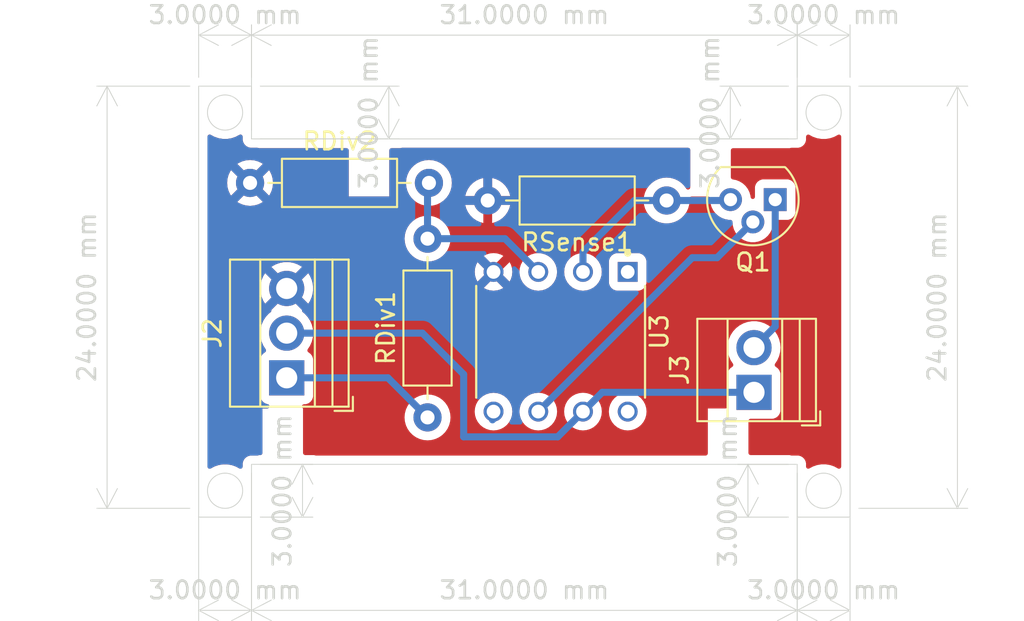
<source format=kicad_pcb>
(kicad_pcb (version 20240108) (generator "pcbnew") (generator_version "8.0")
  (layers (0 "F.Cu" signal) (31 "B.Cu" signal) (34 "B.Paste" user) (35 "F.Paste" user) (36 "B.SilkS" user "B.Silkscreen") (37 "F.SilkS" user "F.Silkscreen") (38 "B.Mask" user) (39 "F.Mask" user) (44 "Edge.Cuts" user))
  (net 0 "")
  (net 1 "LED-")
  (net 2 "LED+")
  (net 3 "Net-(Q1-E)")
  (net 4 "Net-(Q1-B)")
  (net 5 "GND")
  (net 6 "Net-(J2-Pin_1)")
  (net 7 "Net-(U3-IN_+)")
  (net 8 "unconnected-(U3-OFFSET_N2-Pad5)")
  (footprint "TerminalBlock:TerminalBlock_Xinya_XY308-2.54-2P_1x02_P2.54mm_Horizontal" (layer "F.Cu") (at 98.545 67.405 90)
    (property "Reference" "J3" (at 1.27 -4.22 90) (layer "F.SilkS"))
    (property "Value" "Screw_Terminal_01x02")
    (fp_line (start 4.18 -3.22) (end 4.18 3.52) (stroke (width 0.12)) (layer "F.SilkS"))
    (fp_line (start -1.64 -3.22) (end 4.18 -3.22) (stroke (width 0.12)) (layer "F.SilkS"))
    (fp_line (start -1.64 -3.22) (end -1.64 3.52) (stroke (width 0.12)) (layer "F.SilkS"))
    (fp_line (start -1.64 -1.501) (end 4.18 -1.501) (stroke (width 0.12)) (layer "F.SilkS"))
    (fp_line (start -1.64 1.6) (end 4.18 1.6) (stroke (width 0.12)) (layer "F.SilkS"))
    (fp_line (start -1.64 2.6) (end 4.18 2.6) (stroke (width 0.12)) (layer "F.SilkS"))
    (fp_line (start -1.88 2.72) (end -1.88 3.76) (stroke (width 0.12)) (layer "F.SilkS"))
    (fp_line (start -1.64 3.52) (end 4.18 3.52) (stroke (width 0.12)) (layer "F.SilkS"))
    (fp_line (start -1.88 3.76) (end -1.08 3.76) (stroke (width 0.12)) (layer "F.SilkS"))
    (pad "1" thru_hole rect (at 0 0 90) (size 2 2) (drill 1.2) (layers "*.Cu" "*.Mask") (net 2 "LED+"))
    (pad "2" thru_hole circle (at 2.54 0 90) (size 2 2) (drill 1.2) (layers "*.Cu" "*.Mask") (net 1 "LED-"))
  )
  (footprint "Library:DIP794W45P254L959H508Q8" (layer "F.Cu") (at 87.56 64.53 -90)
    (property "Reference" "U3" (at -0.565 -5.607 90) (layer "F.SilkS"))
    (property "Value" "TL081CP")
    (fp_line (start -3.175 4.795) (end 3.175 4.795) (stroke (width 0.127)) (layer "F.SilkS"))
    (fp_line (start -3.175 -4.795) (end 3.175 -4.795) (stroke (width 0.127)) (layer "F.SilkS"))
    (fp_circle (center -5.035 -3.81) (end -4.935 -3.81) (stroke (width 0.2)) (fill none) (layer "F.SilkS"))
    (pad "1" thru_hole rect (at -3.97 -3.81 270) (size 1.13 1.13) (drill 0.78) (layers "*.Cu" "*.Mask"))
    (pad "2" thru_hole circle (at -3.97 -1.27 270) (size 1.13 1.13) (drill 0.78) (layers "*.Cu" "*.Mask") (net 3 "Net-(Q1-E)"))
    (pad "3" thru_hole circle (at -3.97 1.27 270) (size 1.13 1.13) (drill 0.78) (layers "*.Cu" "*.Mask") (net 7 "Net-(U3-IN_+)"))
    (pad "4" thru_hole circle (at -3.97 3.81 270) (size 1.13 1.13) (drill 0.78) (layers "*.Cu" "*.Mask") (net 5 "GND"))
    (pad "5" thru_hole circle (at 3.97 3.81 270) (size 1.13 1.13) (drill 0.78) (layers "*.Cu" "*.Mask") (net 8 "unconnected-(U3-OFFSET_N2-Pad5)"))
    (pad "6" thru_hole circle (at 3.97 1.27 270) (size 1.13 1.13) (drill 0.78) (layers "*.Cu" "*.Mask") (net 4 "Net-(Q1-B)"))
    (pad "7" thru_hole circle (at 3.97 -1.27 270) (size 1.13 1.13) (drill 0.78) (layers "*.Cu" "*.Mask") (net 2 "LED+"))
    (pad "8" thru_hole circle (at 3.97 -3.81 270) (size 1.13 1.13) (drill 0.78) (layers "*.Cu" "*.Mask"))
  )
  (footprint "Resistor_THT:R_Axial_DIN0207_L6.3mm_D2.5mm_P10.16mm_Horizontal" (layer "F.Cu") (at 93.58 56.5 180)
    (property "Reference" "RSense1" (at 5.08 -2.37 180) (layer "F.SilkS"))
    (property "Value" "R")
    (fp_line (start 9.12 0) (end 8.35 0) (stroke (width 0.12)) (layer "F.SilkS"))
    (fp_line (start 8.35 1.37) (end 8.35 -1.37) (stroke (width 0.12)) (layer "F.SilkS"))
    (fp_line (start 8.35 -1.37) (end 1.81 -1.37) (stroke (width 0.12)) (layer "F.SilkS"))
    (fp_line (start 1.81 1.37) (end 8.35 1.37) (stroke (width 0.12)) (layer "F.SilkS"))
    (fp_line (start 1.81 -1.37) (end 1.81 1.37) (stroke (width 0.12)) (layer "F.SilkS"))
    (fp_line (start 1.04 0) (end 1.81 0) (stroke (width 0.12)) (layer "F.SilkS"))
    (pad "1" thru_hole circle (at 0 0 180) (size 1.6 1.6) (drill 0.8) (layers "*.Cu" "*.Mask") (net 3 "Net-(Q1-E)"))
    (pad "2" thru_hole oval (at 10.16 0 180) (size 1.6 1.6) (drill 0.8) (layers "*.Cu" "*.Mask") (net 5 "GND"))
  )
  (footprint "Resistor_THT:R_Axial_DIN0207_L6.3mm_D2.5mm_P10.16mm_Horizontal" (layer "F.Cu") (at 69.92 55.5)
    (property "Reference" "RDiv2" (at 5.08 -2.37 0) (layer "F.SilkS"))
    (property "Value" "R")
    (fp_line (start 1.04 0) (end 1.81 0) (stroke (width 0.12)) (layer "F.SilkS"))
    (fp_line (start 1.81 -1.37) (end 1.81 1.37) (stroke (width 0.12)) (layer "F.SilkS"))
    (fp_line (start 1.81 1.37) (end 8.35 1.37) (stroke (width 0.12)) (layer "F.SilkS"))
    (fp_line (start 8.35 -1.37) (end 1.81 -1.37) (stroke (width 0.12)) (layer "F.SilkS"))
    (fp_line (start 8.35 1.37) (end 8.35 -1.37) (stroke (width 0.12)) (layer "F.SilkS"))
    (fp_line (start 9.12 0) (end 8.35 0) (stroke (width 0.12)) (layer "F.SilkS"))
    (pad "1" thru_hole circle (at 0 0) (size 1.6 1.6) (drill 0.8) (layers "*.Cu" "*.Mask") (net 5 "GND"))
    (pad "2" thru_hole oval (at 10.16 0) (size 1.6 1.6) (drill 0.8) (layers "*.Cu" "*.Mask") (net 7 "Net-(U3-IN_+)"))
  )
  (footprint "TerminalBlock:TerminalBlock_Xinya_XY308-2.54-3P_1x03_P2.54mm_Horizontal" (layer "F.Cu") (at 72 66.58 90)
    (property "Reference" "J2" (at 2.54 -4.22 90) (layer "F.SilkS"))
    (property "Value" "Screw_Terminal_01x03")
    (fp_line (start 6.721 -3.22) (end 6.721 3.52) (stroke (width 0.12)) (layer "F.SilkS"))
    (fp_line (start -1.64 -3.22) (end 6.721 -3.22) (stroke (width 0.12)) (layer "F.SilkS"))
    (fp_line (start -1.64 -3.22) (end -1.64 3.52) (stroke (width 0.12)) (layer "F.SilkS"))
    (fp_line (start -1.64 -1.501) (end 6.721 -1.501) (stroke (width 0.12)) (layer "F.SilkS"))
    (fp_line (start -1.64 1.6) (end 6.721 1.6) (stroke (width 0.12)) (layer "F.SilkS"))
    (fp_line (start -1.64 2.6) (end 6.721 2.6) (stroke (width 0.12)) (layer "F.SilkS"))
    (fp_line (start -1.88 2.72) (end -1.88 3.76) (stroke (width 0.12)) (layer "F.SilkS"))
    (fp_line (start -1.64 3.52) (end 6.721 3.52) (stroke (width 0.12)) (layer "F.SilkS"))
    (fp_line (start -1.88 3.76) (end -1.08 3.76) (stroke (width 0.12)) (layer "F.SilkS"))
    (pad "1" thru_hole rect (at 0 0 90) (size 2 2) (drill 1.2) (layers "*.Cu" "*.Mask") (net 6 "Net-(J2-Pin_1)"))
    (pad "2" thru_hole circle (at 2.54 0 90) (size 2 2) (drill 1.2) (layers "*.Cu" "*.Mask") (net 2 "LED+"))
    (pad "3" thru_hole circle (at 5.08 0 90) (size 2 2) (drill 1.2) (layers "*.Cu" "*.Mask") (net 5 "GND"))
  )
  (footprint "Resistor_THT:R_Axial_DIN0207_L6.3mm_D2.5mm_P10.16mm_Horizontal" (layer "F.Cu") (at 80 68.83 90)
    (property "Reference" "RDiv1" (at 5.08 -2.37 -90) (layer "F.SilkS"))
    (property "Value" "R")
    (fp_line (start 8.35 -1.37) (end 1.81 -1.37) (stroke (width 0.12)) (layer "F.SilkS"))
    (fp_line (start 1.81 -1.37) (end 1.81 1.37) (stroke (width 0.12)) (layer "F.SilkS"))
    (fp_line (start 9.12 0) (end 8.35 0) (stroke (width 0.12)) (layer "F.SilkS"))
    (fp_line (start 1.04 0) (end 1.81 0) (stroke (width 0.12)) (layer "F.SilkS"))
    (fp_line (start 8.35 1.37) (end 8.35 -1.37) (stroke (width 0.12)) (layer "F.SilkS"))
    (fp_line (start 1.81 1.37) (end 8.35 1.37) (stroke (width 0.12)) (layer "F.SilkS"))
    (pad "1" thru_hole circle (at 0 0 90) (size 1.6 1.6) (drill 0.8) (layers "*.Cu" "*.Mask") (net 6 "Net-(J2-Pin_1)"))
    (pad "2" thru_hole oval (at 10.16 0 90) (size 1.6 1.6) (drill 0.8) (layers "*.Cu" "*.Mask") (net 7 "Net-(U3-IN_+)"))
  )
  (footprint "Package_TO_SOT_THT:TO-92" (layer "F.Cu") (at 99.75 56.45 180)
    (property "Reference" "Q1" (at 1.27 -3.56 180) (layer "F.SilkS"))
    (property "Value" "NPN")
    (fp_line (start -0.53 1.85) (end 3.07 1.85) (stroke (width 0.12)) (layer "F.SilkS"))
    (fp_arc (start 1.27 -2.6) (mid 3.672087 -0.994977) (end 3.108478 1.838478) (stroke (width 0.12)) (layer "F.SilkS"))
    (fp_arc (start -0.568478 1.838478) (mid -1.132087 -0.994977) (end 1.27 -2.6) (stroke (width 0.12)) (layer "F.SilkS"))
    (pad "1" thru_hole rect (at 0 0 180) (size 1.3 1.3) (drill 0.75) (layers "*.Cu" "*.Mask") (net 1 "LED-"))
    (pad "2" thru_hole circle (at 1.27 -1.27 180) (size 1.3 1.3) (drill 0.75) (layers "*.Cu" "*.Mask") (net 4 "Net-(Q1-B)"))
    (pad "3" thru_hole circle (at 2.54 0 180) (size 1.3 1.3) (drill 0.75) (layers "*.Cu" "*.Mask") (net 3 "Net-(Q1-E)"))
  )
  (gr_circle (center 102.5 73) (end 103.5 73) (stroke (width 0.05)) (fill none) (layer "Edge.Cuts"))
  (gr_poly (pts (xy 67 74.5) (xy 67 50) (xy 70 50) (xy 70 53) (xy 101 53) (xy 101 50) (xy 104 50) (xy 104 74.5) (xy 101 74.5) (xy 101 71.5) (xy 70 71.5) (xy 70 74.5)) (stroke (width 0.05)) (fill none) (layer "Edge.Cuts"))
  (gr_circle (center 68.5 73) (end 69.5 73) (stroke (width 0.05)) (fill none) (layer "Edge.Cuts"))
  (gr_circle (center 102.5 51.5) (end 101.5 51.5) (stroke (width 0.05)) (fill none) (layer "Edge.Cuts"))
  (gr_circle (center 68.5 51.5) (end 69.5 51.5) (stroke (width 0.05)) (fill none) (layer "Edge.Cuts"))
  (dimension (type aligned) (layer "Edge.Cuts") (pts (xy 70 71.5) (xy 101 71.5)) (height 8.3) (gr_text "31,0000 mm" (at 85.5 78.65 0) (layer "Edge.Cuts") (effects (font (size 1 1) (thickness 0.15)))) (format (prefix "") (suffix "") (units 3) (units_format 1) (precision 4)) (style (thickness 0.05) (arrow_length 1.27) (text_position_mode 0) (extension_height 0.58642) (extension_offset 0.5) keep_text_aligned))
  (dimension (type aligned) (layer "Edge.Cuts") (pts (xy 101 50) (xy 104 50)) (height -2.9) (gr_text "3,0000 mm" (at 102.5 45.95 0) (layer "Edge.Cuts") (effects (font (size 1 1) (thickness 0.15)))) (format (prefix "") (suffix "") (units 3) (units_format 1) (precision 4)) (style (thickness 0.05) (arrow_length 1.27) (text_position_mode 0) (extension_height 0.58642) (extension_offset 0.5) keep_text_aligned))
  (dimension (type aligned) (layer "Edge.Cuts") (pts (xy 101 71.5) (xy 101 74.5)) (height 2.8) (gr_text "3,0000 mm" (at 97.05 73 90) (layer "Edge.Cuts") (effects (font (size 1 1) (thickness 0.15)))) (format (prefix "") (suffix "") (units 3) (units_format 1) (precision 4)) (style (thickness 0.05) (arrow_length 1.27) (text_position_mode 0) (extension_height 0.58642) (extension_offset 0.5) keep_text_aligned))
  (dimension (type aligned) (layer "Edge.Cuts") (pts (xy 70 71.5) (xy 70 74.5)) (height -2.9) (gr_text "3,0000 mm" (at 71.75 73 90) (layer "Edge.Cuts") (effects (font (size 1 1) (thickness 0.15)))) (format (prefix "") (suffix "") (units 3) (units_format 1) (precision 4)) (style (thickness 0.05) (arrow_length 1.27) (text_position_mode 0) (extension_height 0.58642) (extension_offset 0.5) keep_text_aligned))
  (dimension (type aligned) (layer "Edge.Cuts") (pts (xy 101 50) (xy 101 53)) (height 3.8) (gr_text "3,0000 mm" (at 96.05 51.5 90) (layer "Edge.Cuts") (effects (font (size 1 1) (thickness 0.15)))) (format (prefix "") (suffix "") (units 3) (units_format 1) (precision 4)) (style (thickness 0.05) (arrow_length 1.27) (text_position_mode 0) (extension_height 0.58642) (extension_offset 0.5) keep_text_aligned))
  (dimension (type aligned) (layer "Edge.Cuts") (pts (xy 101 74) (xy 104 74)) (height 5.8) (gr_text "3,0000 mm" (at 102.5 78.65 0) (layer "Edge.Cuts") (effects (font (size 1 1) (thickness 0.15)))) (format (prefix "") (suffix "") (units 3) (units_format 1) (precision 4)) (style (thickness 0.05) (arrow_length 1.27) (text_position_mode 0) (extension_height 0.58642) (extension_offset 0.5) keep_text_aligned))
  (dimension (type aligned) (layer "Edge.Cuts") (pts (xy 70 53) (xy 101 53)) (height -5.9) (gr_text "31,0000 mm" (at 85.5 45.95 0) (layer "Edge.Cuts") (effects (font (size 1 1) (thickness 0.15)))) (format (prefix "") (suffix "") (units 3) (units_format 1) (precision 4)) (style (thickness 0.05) (arrow_length 1.27) (text_position_mode 0) (extension_height 0.58642) (extension_offset 0.5) keep_text_aligned))
  (dimension (type aligned) (layer "Edge.Cuts") (pts (xy 67 74) (xy 70 74)) (height 5.8) (gr_text "3,0000 mm" (at 68.5 78.65 0) (layer "Edge.Cuts") (effects (font (size 1 1) (thickness 0.15)))) (format (prefix "") (suffix "") (units 3) (units_format 1) (precision 4)) (style (thickness 0.05) (arrow_length 1.27) (text_position_mode 0) (extension_height 0.58642) (extension_offset 0.5) keep_text_aligned))
  (dimension (type aligned) (layer "Edge.Cuts") (pts (xy 67 50) (xy 70 50)) (height -2.9) (gr_text "3,0000 mm" (at 68.5 45.95 0) (layer "Edge.Cuts") (effects (font (size 1 1) (thickness 0.15)))) (format (prefix "") (suffix "") (units 3) (units_format 1) (precision 4)) (style (thickness 0.05) (arrow_length 1.27) (text_position_mode 0) (extension_height 0.58642) (extension_offset 0.5) keep_text_aligned))
  (dimension (type aligned) (layer "Edge.Cuts") (pts (xy 67 50) (xy 67 74)) (height 5.2) (gr_text "24,0000 mm" (at 60.65 62 90) (layer "Edge.Cuts") (effects (font (size 1 1) (thickness 0.15)))) (format (prefix "") (suffix "") (units 3) (units_format 1) (precision 4)) (style (thickness 0.05) (arrow_length 1.27) (text_position_mode 0) (extension_height 0.58642) (extension_offset 0.5) keep_text_aligned))
  (dimension (type aligned) (layer "Edge.Cuts") (pts (xy 70 50) (xy 70 53)) (height -7.8) (gr_text "3,0000 mm" (at 76.65 51.5 90) (layer "Edge.Cuts") (effects (font (size 1 1) (thickness 0.15)))) (format (prefix "") (suffix "") (units 3) (units_format 1) (precision 4)) (style (thickness 0.05) (arrow_length 1.27) (text_position_mode 0) (extension_height 0.58642) (extension_offset 0.5) keep_text_aligned))
  (dimension (type aligned) (layer "Edge.Cuts") (pts (xy 104 50) (xy 104 74)) (height -6.1) (gr_text "24,0000 mm" (at 108.95 62 90) (layer "Edge.Cuts") (effects (font (size 1 1) (thickness 0.15)))) (format (prefix "") (suffix "") (units 3) (units_format 1) (precision 4)) (style (thickness 0.05) (arrow_length 1.27) (text_position_mode 0) (extension_height 0.58642) (extension_offset 0.5) keep_text_aligned))
  (segment (start 99.75 62.39) (end 99.75 56.45) (width 0.4) (layer "B.Cu") (net 1))
  (segment (start 98.545 64.865) (end 99.75 63.66) (width 0.4) (layer "B.Cu") (net 1))
  (segment (start 99.75 63.66) (end 99.75 62.39) (width 0.4) (layer "B.Cu") (net 1))
  (segment (start 72 64.04) (end 79.71 64.04) (width 0.4) (layer "B.Cu") (net 2))
  (segment (start 89.925 67.405) (end 98.545 67.405) (width 0.4) (layer "B.Cu") (net 2))
  (segment (start 89.925 67.405) (end 88.83 68.5) (width 0.4) (layer "B.Cu") (net 2))
  (segment (start 82.052057 66.382057) (end 82.052057 69.935) (width 0.4) (layer "B.Cu") (net 2))
  (segment (start 88.83 68.5) (end 87.395 69.935) (width 0.4) (layer "B.Cu") (net 2))
  (segment (start 79.71 64.04) (end 79.75 64) (width 0.2) (layer "B.Cu") (net 2))
  (segment (start 87.395 69.935) (end 82.052057 69.935) (width 0.4) (layer "B.Cu") (net 2))
  (segment (start 79.71 64.04) (end 82.052057 66.382057) (width 0.4) (layer "B.Cu") (net 2))
  (segment (start 93.83 56.75) (end 93.58 56.5) (width 0.4) (layer "B.Cu") (net 3))
  (segment (start 93.58 56.5) (end 91.75 56.5) (width 0.4) (layer "B.Cu") (net 3))
  (segment (start 88.83 59.42) (end 88.83 60.56) (width 0.4) (layer "B.Cu") (net 3))
  (segment (start 93.58 56.5) (end 97.16 56.5) (width 0.4) (layer "B.Cu") (net 3))
  (segment (start 97.16 56.5) (end 97.21 56.45) (width 0.4) (layer "B.Cu") (net 3))
  (segment (start 91.75 56.5) (end 88.83 59.42) (width 0.4) (layer "B.Cu") (net 3))
  (segment (start 86.29 68.5) (end 95.04 59.75) (width 0.4) (layer "B.Cu") (net 4))
  (segment (start 98.48 57.72) (end 96.45 59.75) (width 0.4) (layer "B.Cu") (net 4))
  (segment (start 95.04 59.75) (end 96.45 59.75) (width 0.4) (layer "B.Cu") (net 4))
  (segment (start 77.75 66.58) (end 80 68.83) (width 0.4) (layer "B.Cu") (net 6))
  (segment (start 72 66.58) (end 77.75 66.58) (width 0.4) (layer "B.Cu") (net 6))
  (segment (start 80 58.67) (end 84.4 58.67) (width 0.4) (layer "B.Cu") (net 7))
  (segment (start 84.4 58.67) (end 86.29 60.56) (width 0.4) (layer "B.Cu") (net 7))
  (segment (start 80 55.58) (end 80.08 55.5) (width 0.4) (layer "B.Cu") (net 7))
  (segment (start 80 58.67) (end 80 55.58) (width 0.4) (layer "B.Cu") (net 7))
  (segment (start 83.69 68.97) (end 83.75 68.91) (width 0.4) (layer "B.Cu") (net 8))
  (zone (net 5) (net_name "GND") (layers "F&B.Cu") (connect_pads (clearance 0.5)) (min_thickness 0.25) (fill yes (thermal_gap 0.5) (thermal_bridge_width 0.5))
    (polygon (pts (xy 67 50) (xy 70 50) (xy 70 53) (xy 101 53) (xy 101 50) (xy 104 50) (xy 104 74.5) (xy 101 74.5) (xy 101 71.5) (xy 70 71.5) (xy 70 74.5) (xy 67 74.5)))
  )
)
</source>
